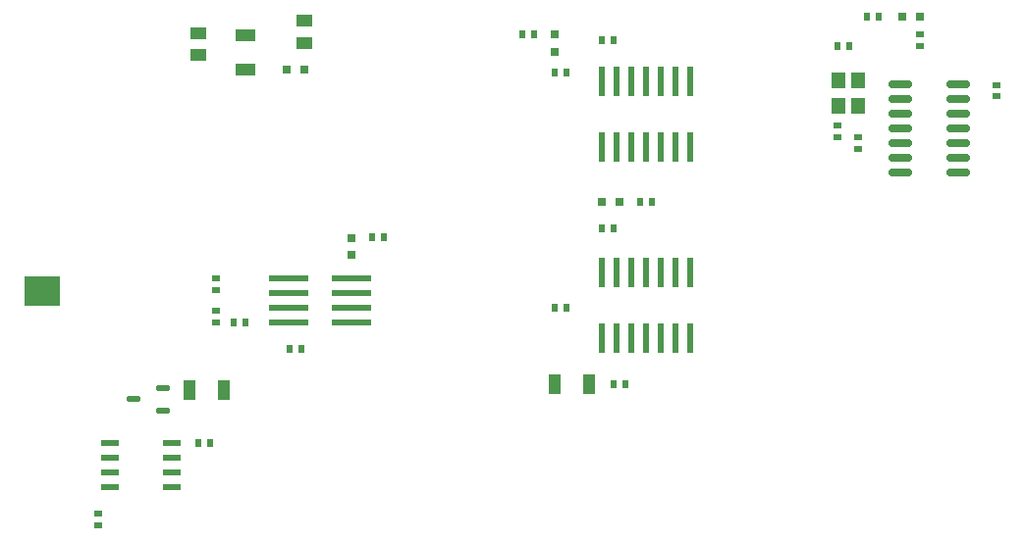
<source format=gtp>
G04*
G04 #@! TF.GenerationSoftware,Altium Limited,Altium Designer,23.1.1 (15)*
G04*
G04 Layer_Color=8421504*
%FSLAX44Y44*%
%MOMM*%
G71*
G04*
G04 #@! TF.SameCoordinates,1FA4A5A5-67A0-4D6D-842F-5CAA9539815A*
G04*
G04*
G04 #@! TF.FilePolarity,Positive*
G04*
G01*
G75*
%ADD24R,0.6000X0.7000*%
%ADD25R,0.8000X0.8000*%
%ADD26R,0.8000X0.8000*%
%ADD27R,0.7000X0.6000*%
%ADD28R,1.1999X1.3998*%
G04:AMPARAMS|DCode=29|XSize=1.97mm|YSize=0.6mm|CornerRadius=0.15mm|HoleSize=0mm|Usage=FLASHONLY|Rotation=0.000|XOffset=0mm|YOffset=0mm|HoleType=Round|Shape=RoundedRectangle|*
%AMROUNDEDRECTD29*
21,1,1.9700,0.3000,0,0,0.0*
21,1,1.6700,0.6000,0,0,0.0*
1,1,0.3000,0.8350,-0.1500*
1,1,0.3000,-0.8350,-0.1500*
1,1,0.3000,-0.8350,0.1500*
1,1,0.3000,0.8350,0.1500*
%
%ADD29ROUNDEDRECTD29*%
%ADD30R,1.1176X1.8034*%
%ADD31R,1.5500X0.6000*%
G04:AMPARAMS|DCode=32|XSize=1.21mm|YSize=0.59mm|CornerRadius=0.1475mm|HoleSize=0mm|Usage=FLASHONLY|Rotation=180.000|XOffset=0mm|YOffset=0mm|HoleType=Round|Shape=RoundedRectangle|*
%AMROUNDEDRECTD32*
21,1,1.2100,0.2950,0,0,180.0*
21,1,0.9150,0.5900,0,0,180.0*
1,1,0.2950,-0.4575,0.1475*
1,1,0.2950,0.4575,0.1475*
1,1,0.2950,0.4575,-0.1475*
1,1,0.2950,-0.4575,-0.1475*
%
%ADD32ROUNDEDRECTD32*%
%ADD33R,1.4500X1.0000*%
%ADD34R,0.6000X2.6500*%
%ADD35R,3.0480X2.5400*%
%ADD36R,1.8034X1.1176*%
%ADD37R,3.4000X0.6000*%
D24*
X167560Y101600D02*
D03*
X157560D02*
D03*
X734060Y469900D02*
D03*
X744060D02*
D03*
X548560Y309880D02*
D03*
X538560D02*
D03*
X317500Y279400D02*
D03*
X307500D02*
D03*
X718820Y444500D02*
D03*
X708820D02*
D03*
X437040Y454660D02*
D03*
X447040D02*
D03*
X515460Y287020D02*
D03*
X505460D02*
D03*
X474900Y218440D02*
D03*
X464900D02*
D03*
X525700Y152400D02*
D03*
X515700D02*
D03*
X474900Y421640D02*
D03*
X464900D02*
D03*
X236300Y182880D02*
D03*
X246300D02*
D03*
X515540Y449580D02*
D03*
X505540D02*
D03*
X198040Y205740D02*
D03*
X188040D02*
D03*
D25*
X505580Y309880D02*
D03*
X520580D02*
D03*
X779660Y469900D02*
D03*
X764660D02*
D03*
X233920Y424180D02*
D03*
X248920D02*
D03*
D26*
X464820Y439660D02*
D03*
Y454660D02*
D03*
X289560Y264280D02*
D03*
Y279280D02*
D03*
D27*
X71120Y30560D02*
D03*
Y40560D02*
D03*
X708660Y375840D02*
D03*
Y365840D02*
D03*
X726440Y355680D02*
D03*
Y365680D02*
D03*
X779780Y444580D02*
D03*
Y454580D02*
D03*
X845820Y401320D02*
D03*
Y411320D02*
D03*
X172720Y205820D02*
D03*
Y215820D02*
D03*
Y233840D02*
D03*
Y243840D02*
D03*
D28*
X709821Y414859D02*
D03*
Y392859D02*
D03*
X726821Y414859D02*
D03*
Y392858D02*
D03*
D29*
X812800Y411480D02*
D03*
Y398780D02*
D03*
Y386080D02*
D03*
Y373380D02*
D03*
Y360680D02*
D03*
Y347980D02*
D03*
Y335280D02*
D03*
X763300D02*
D03*
Y347980D02*
D03*
Y360680D02*
D03*
Y373380D02*
D03*
Y386080D02*
D03*
Y398780D02*
D03*
Y411480D02*
D03*
D30*
X180086Y147320D02*
D03*
X150114D02*
D03*
X465074Y152400D02*
D03*
X495046D02*
D03*
D31*
X81280Y101600D02*
D03*
Y88900D02*
D03*
Y76200D02*
D03*
Y63500D02*
D03*
X135280Y101600D02*
D03*
Y88900D02*
D03*
Y76200D02*
D03*
Y63500D02*
D03*
D32*
X126850Y149200D02*
D03*
X101750Y139700D02*
D03*
X126850Y130200D02*
D03*
D33*
X248920Y447700D02*
D03*
Y466700D02*
D03*
X157480Y455880D02*
D03*
Y436880D02*
D03*
D34*
X505460Y248920D02*
D03*
X518160Y249340D02*
D03*
X530860D02*
D03*
X543560D02*
D03*
X556260D02*
D03*
X568960D02*
D03*
X581660D02*
D03*
Y192620D02*
D03*
X568960D02*
D03*
X556260D02*
D03*
X543560D02*
D03*
X530860D02*
D03*
X518160D02*
D03*
X505460D02*
D03*
Y414020D02*
D03*
X518160Y414440D02*
D03*
X530860D02*
D03*
X543560D02*
D03*
X556260D02*
D03*
X568960D02*
D03*
X581660D02*
D03*
Y357720D02*
D03*
X568960D02*
D03*
X556260D02*
D03*
X543560D02*
D03*
X530860D02*
D03*
X518160D02*
D03*
X505460D02*
D03*
D35*
X22987Y233426D02*
D03*
D36*
X198120Y424434D02*
D03*
Y454406D02*
D03*
D37*
X235560Y205740D02*
D03*
Y218440D02*
D03*
Y231140D02*
D03*
Y243840D02*
D03*
X289560D02*
D03*
Y231140D02*
D03*
Y218440D02*
D03*
Y205740D02*
D03*
M02*

</source>
